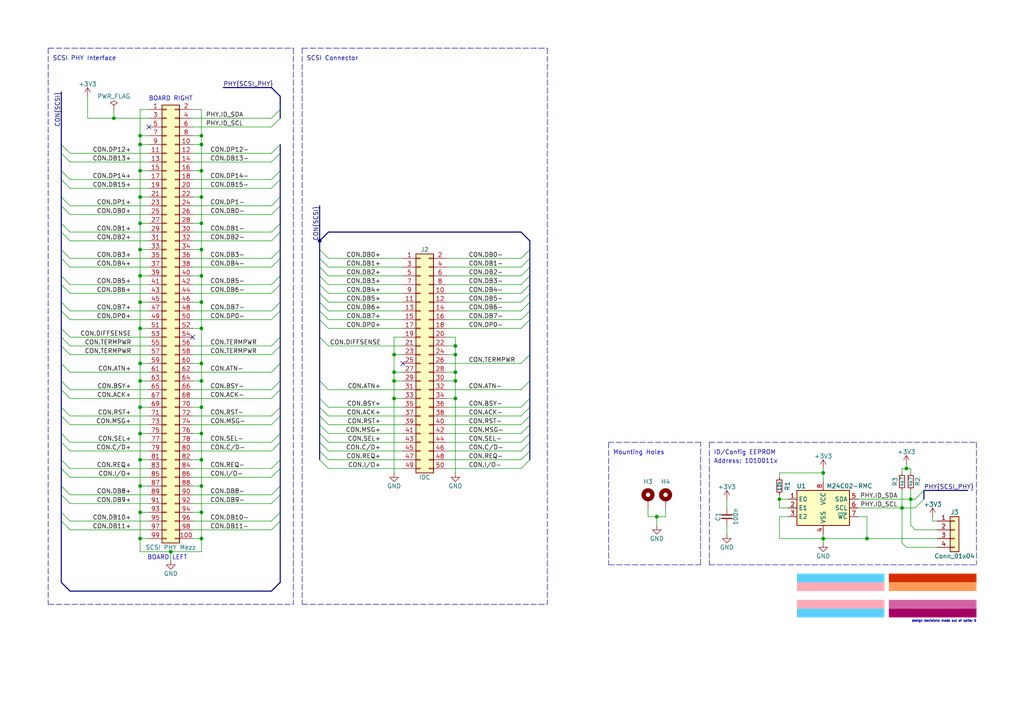
<source format=kicad_sch>
(kicad_sch (version 20231120) (generator "eeschema") (generator_version "8.0")
  (paper "A4")
  (title_block (title "Squishy -  ICD 50") (date "2024-08-22") (rev "1") (company "Shrine Maiden Heavy Industries") (comment 1 "License:  CERN-OHL-S") (comment 2 "© 2024 Aki 'lethalbit' Van Ness, et. al.") (comment 4 "Squishy - SCSI Multitool"))
  (bus_alias "SCSI" (members "DB0+" "DB0-" "DB1+" "DB1-" "DB2+" "DB2-" "DB3+" "DB3-" "DB4+" "DB4-" "DB5+" "DB5-" "DB6+" "DB6-" "DB7+" "DB7-" "DB8+" "DB8-" "DB9+" "DB9-" "DB10+" "DB10-" "DB11+" "DB11-" "DB12+" "DB12-" "DB13+" "DB13-" "DB14+" "DB14-" "DB15+" "DB15-" "DP0+" "DP0-" "DP1+" "DP1-" "ATN+" "ATN-" "BSY+" "BSY-" "ACK+" "ACK-" "RST+" "RST-" "MSG+" "MSG-" "SEL+" "SEL-" "C/D+" "C/D-" "REQ+" "REQ-" "I/O+" "I/O-" "DIFFSENSE" "TERMPWR"))
  (bus_alias "SCSI_PHY" (members "DB[0..15]" "DP[0..1]" "ATN" "BSY" "ACK" "RST" "MSG" "SEL" "C/D" "REQ" "I/O" "ID_SDA" "ID_SCL" "~{PHY_PRSNT}" "TERMPW_EN" "LS_CTRL[0..5]" "DBL_DIR" "DBH_DIR" "INIT_DIR" "TRGT_DIR" "SEL_DIR" "RST_DIR" "BSY_DIR"))
  (junction (at 132.08 107.95))
  (junction (at 40.64 87.63))
  (junction (at 40.64 41.91))
  (junction (at 226.06 144.78))
  (junction (at 40.64 133.35))
  (junction (at 58.42 80.01))
  (junction (at 114.3 107.95))
  (junction (at 238.76 137.16))
  (junction (at 58.42 64.77))
  (junction (at 114.3 115.57))
  (junction (at 58.42 118.11))
  (junction (at 40.64 110.49))
  (junction (at 40.64 148.59))
  (junction (at 58.42 41.91))
  (junction (at 58.42 133.35))
  (junction (at 114.3 110.49))
  (junction (at 40.64 95.25))
  (junction (at 190.5 149.86))
  (junction (at 261.62 147.32))
  (junction (at 114.3 102.87))
  (junction (at 58.42 125.73))
  (junction (at 40.64 64.77))
  (junction (at 132.08 115.57))
  (junction (at 58.42 87.63))
  (junction (at 40.64 39.37))
  (junction (at 40.64 156.21))
  (junction (at 58.42 140.97))
  (junction (at 58.42 49.53))
  (junction (at 262.89 135.89))
  (junction (at 58.42 72.39))
  (junction (at 264.16 144.78))
  (junction (at 132.08 110.49))
  (junction (at 92.71 69.85))
  (junction (at 40.64 140.97))
  (junction (at 40.64 72.39))
  (junction (at 58.42 39.37))
  (junction (at 58.42 110.49))
  (junction (at 132.08 100.33))
  (junction (at 40.64 118.11))
  (junction (at 40.64 57.15))
  (junction (at 251.46 156.21))
  (junction (at 58.42 105.41))
  (junction (at 238.76 156.21))
  (junction (at 58.42 57.15))
  (junction (at 58.42 148.59))
  (junction (at 49.53 160.02))
  (junction (at 40.64 80.01))
  (junction (at 132.08 102.87))
  (junction (at 40.64 125.73))
  (junction (at 58.42 156.21))
  (junction (at 33.02 34.29))
  (junction (at 58.42 95.25))
  (junction (at 40.64 49.53))
  (junction (at 40.64 105.41))
  (no_connect (at 116.84 105.41))
  (no_connect (at 55.88 97.79))
  (no_connect (at 43.18 36.83))
  (bus_entry (at 92.71 123.19) (size 2.54 2.54))
  (bus_entry (at 17.78 44.45) (size 2.54 2.54))
  (bus_entry (at 81.28 82.55) (size -2.54 2.54))
  (bus_entry (at 92.71 115.57) (size 2.54 2.54))
  (bus_entry (at 17.78 135.89) (size 2.54 2.54))
  (bus_entry (at 92.71 97.79) (size 2.54 2.54))
  (bus_entry (at 81.28 80.01) (size -2.54 2.54))
  (bus_entry (at 17.78 74.93) (size 2.54 2.54))
  (bus_entry (at 153.67 80.01) (size -2.54 2.54))
  (bus_entry (at 81.28 100.33) (size -2.54 2.54))
  (bus_entry (at 153.67 90.17) (size -2.54 2.54))
  (bus_entry (at 81.28 64.77) (size -2.54 2.54))
  (bus_entry (at 81.28 135.89) (size -2.54 2.54))
  (bus_entry (at 17.78 95.25) (size 2.54 2.54))
  (bus_entry (at 153.67 128.27) (size -2.54 2.54))
  (bus_entry (at 267.97 144.78) (size -2.54 2.54))
  (bus_entry (at 81.28 97.79) (size -2.54 2.54))
  (bus_entry (at 92.71 92.71) (size 2.54 2.54))
  (bus_entry (at 153.67 133.35) (size -2.54 2.54))
  (bus_entry (at 81.28 128.27) (size -2.54 2.54))
  (bus_entry (at 81.28 118.11) (size -2.54 2.54))
  (bus_entry (at 17.78 125.73) (size 2.54 2.54))
  (bus_entry (at 81.28 110.49) (size -2.54 2.54))
  (bus_entry (at 153.67 125.73) (size -2.54 2.54))
  (bus_entry (at 81.28 143.51) (size -2.54 2.54))
  (bus_entry (at 17.78 140.97) (size 2.54 2.54))
  (bus_entry (at 17.78 49.53) (size 2.54 2.54))
  (bus_entry (at 81.28 125.73) (size -2.54 2.54))
  (bus_entry (at 92.71 130.81) (size 2.54 2.54))
  (bus_entry (at 92.71 133.35) (size 2.54 2.54))
  (bus_entry (at 153.67 87.63) (size -2.54 2.54))
  (bus_entry (at 17.78 118.11) (size 2.54 2.54))
  (bus_entry (at 17.78 64.77) (size 2.54 2.54))
  (bus_entry (at 92.71 85.09) (size 2.54 2.54))
  (bus_entry (at 153.67 82.55) (size -2.54 2.54))
  (bus_entry (at 81.28 52.07) (size -2.54 2.54))
  (bus_entry (at 153.67 118.11) (size -2.54 2.54))
  (bus_entry (at 81.28 74.93) (size -2.54 2.54))
  (bus_entry (at 92.71 110.49) (size 2.54 2.54))
  (bus_entry (at 92.71 125.73) (size 2.54 2.54))
  (bus_entry (at 92.71 77.47) (size 2.54 2.54))
  (bus_entry (at 81.28 90.17) (size -2.54 2.54))
  (bus_entry (at 153.67 120.65) (size -2.54 2.54))
  (bus_entry (at 17.78 87.63) (size 2.54 2.54))
  (bus_entry (at 81.28 87.63) (size -2.54 2.54))
  (bus_entry (at 17.78 82.55) (size 2.54 2.54))
  (bus_entry (at 153.67 130.81) (size -2.54 2.54))
  (bus_entry (at 153.67 115.57) (size -2.54 2.54))
  (bus_entry (at 17.78 148.59) (size 2.54 2.54))
  (bus_entry (at 17.78 57.15) (size 2.54 2.54))
  (bus_entry (at 17.78 59.69) (size 2.54 2.54))
  (bus_entry (at 81.28 44.45) (size -2.54 2.54))
  (bus_entry (at 267.97 142.24) (size -2.54 2.54))
  (bus_entry (at 92.71 80.01) (size 2.54 2.54))
  (bus_entry (at 17.78 90.17) (size 2.54 2.54))
  (bus_entry (at 81.28 59.69) (size -2.54 2.54))
  (bus_entry (at 17.78 113.03) (size 2.54 2.54))
  (bus_entry (at 153.67 85.09) (size -2.54 2.54))
  (bus_entry (at 17.78 105.41) (size 2.54 2.54))
  (bus_entry (at 81.28 113.03) (size -2.54 2.54))
  (bus_entry (at 17.78 52.07) (size 2.54 2.54))
  (bus_entry (at 17.78 110.49) (size 2.54 2.54))
  (bus_entry (at 17.78 72.39) (size 2.54 2.54))
  (bus_entry (at 153.67 72.39) (size -2.54 2.54))
  (bus_entry (at 81.28 120.65) (size -2.54 2.54))
  (bus_entry (at 81.28 34.29) (size -2.54 2.54))
  (bus_entry (at 81.28 57.15) (size -2.54 2.54))
  (bus_entry (at 17.78 80.01) (size 2.54 2.54))
  (bus_entry (at 17.78 41.91) (size 2.54 2.54))
  (bus_entry (at 153.67 110.49) (size -2.54 2.54))
  (bus_entry (at 81.28 41.91) (size -2.54 2.54))
  (bus_entry (at 17.78 151.13) (size 2.54 2.54))
  (bus_entry (at 153.67 123.19) (size -2.54 2.54))
  (bus_entry (at 81.28 31.75) (size -2.54 2.54))
  (bus_entry (at 81.28 151.13) (size -2.54 2.54))
  (bus_entry (at 92.71 128.27) (size 2.54 2.54))
  (bus_entry (at 81.28 72.39) (size -2.54 2.54))
  (bus_entry (at 92.71 74.93) (size 2.54 2.54))
  (bus_entry (at 81.28 148.59) (size -2.54 2.54))
  (bus_entry (at 17.78 97.79) (size 2.54 2.54))
  (bus_entry (at 153.67 102.87) (size -2.54 2.54))
  (bus_entry (at 92.71 90.17) (size 2.54 2.54))
  (bus_entry (at 17.78 100.33) (size 2.54 2.54))
  (bus_entry (at 81.28 49.53) (size -2.54 2.54))
  (bus_entry (at 92.71 120.65) (size 2.54 2.54))
  (bus_entry (at 17.78 120.65) (size 2.54 2.54))
  (bus_entry (at 153.67 77.47) (size -2.54 2.54))
  (bus_entry (at 92.71 87.63) (size 2.54 2.54))
  (bus_entry (at 17.78 67.31) (size 2.54 2.54))
  (bus_entry (at 17.78 128.27) (size 2.54 2.54))
  (bus_entry (at 17.78 133.35) (size 2.54 2.54))
  (bus_entry (at 81.28 105.41) (size -2.54 2.54))
  (bus_entry (at 92.71 118.11) (size 2.54 2.54))
  (bus_entry (at 81.28 67.31) (size -2.54 2.54))
  (bus_entry (at 81.28 140.97) (size -2.54 2.54))
  (bus_entry (at 17.78 143.51) (size 2.54 2.54))
  (bus_entry (at 92.71 82.55) (size 2.54 2.54))
  (bus_entry (at 153.67 74.93) (size -2.54 2.54))
  (bus_entry (at 153.67 92.71) (size -2.54 2.54))
  (bus_entry (at 92.71 72.39) (size 2.54 2.54))
  (bus_entry (at 81.28 133.35) (size -2.54 2.54))
  (wire (pts (xy 95.25 92.71) (xy 116.84 92.71)))
  (wire (pts (xy 20.32 92.71) (xy 43.18 92.71)))
  (wire (pts (xy 20.32 67.31) (xy 43.18 67.31)))
  (wire (pts (xy 20.32 146.05) (xy 43.18 146.05)))
  (wire (pts (xy 55.88 156.21) (xy 58.42 156.21)))
  (wire (pts (xy 20.32 97.79) (xy 43.18 97.79)))
  (wire (pts (xy 132.08 115.57) (xy 132.08 137.16)))
  (wire (pts (xy 55.88 31.75) (xy 58.42 31.75)))
  (wire (pts (xy 78.74 115.57) (xy 55.88 115.57)))
  (wire (pts (xy 78.74 102.87) (xy 55.88 102.87)))
  (wire (pts (xy 116.84 97.79) (xy 114.3 97.79)))
  (wire (pts (xy 55.88 57.15) (xy 58.42 57.15)))
  (bus (pts (xy 81.28 120.65) (xy 81.28 125.73)))
  (wire (pts (xy 20.32 123.19) (xy 43.18 123.19)))
  (wire (pts (xy 58.42 87.63) (xy 58.42 95.25)))
  (bus (pts (xy 81.28 82.55) (xy 81.28 87.63)))
  (bus (pts (xy 92.71 74.93) (xy 92.71 77.47)))
  (wire (pts (xy 78.74 74.93) (xy 55.88 74.93)))
  (polyline (pts (xy 176.53 128.27) (xy 176.53 163.83)) (stroke (width 0) (type dash)))
  (bus (pts (xy 17.78 95.25) (xy 17.78 97.79)))
  (wire (pts (xy 226.06 143.51) (xy 226.06 144.78)))
  (bus (pts (xy 81.28 97.79) (xy 81.28 100.33)))
  (wire (pts (xy 129.54 133.35) (xy 151.13 133.35)))
  (wire (pts (xy 95.25 118.11) (xy 116.84 118.11)))
  (wire (pts (xy 20.32 62.23) (xy 43.18 62.23)))
  (bus (pts (xy 153.67 74.93) (xy 153.67 77.47)))
  (bus (pts (xy 92.71 130.81) (xy 92.71 133.35)))
  (wire (pts (xy 251.46 149.86) (xy 251.46 156.21)))
  (wire (pts (xy 264.16 142.24) (xy 264.16 144.78)))
  (wire (pts (xy 55.88 110.49) (xy 58.42 110.49)))
  (wire (pts (xy 49.53 160.02) (xy 49.53 162.56)))
  (bus (pts (xy 92.71 69.85) (xy 92.71 59.69)))
  (bus (pts (xy 153.67 128.27) (xy 153.67 130.81)))
  (wire (pts (xy 55.88 41.91) (xy 58.42 41.91)))
  (bus (pts (xy 92.71 97.79) (xy 92.71 110.49)))
  (bus (pts (xy 95.25 67.31) (xy 151.13 67.31)))
  (wire (pts (xy 78.74 113.03) (xy 55.88 113.03)))
  (wire (pts (xy 129.54 102.87) (xy 132.08 102.87)))
  (wire (pts (xy 78.74 153.67) (xy 55.88 153.67)))
  (wire (pts (xy 78.74 62.23) (xy 55.88 62.23)))
  (wire (pts (xy 129.54 95.25) (xy 151.13 95.25)))
  (wire (pts (xy 129.54 120.65) (xy 151.13 120.65)))
  (wire (pts (xy 25.4 27.94) (xy 25.4 34.29)))
  (wire (pts (xy 43.18 57.15) (xy 40.64 57.15)))
  (bus (pts (xy 81.28 100.33) (xy 81.28 105.41)))
  (bus (pts (xy 20.32 171.45) (xy 78.74 171.45)))
  (bus (pts (xy 17.78 133.35) (xy 17.78 135.89)))
  (wire (pts (xy 33.02 34.29) (xy 43.18 34.29)))
  (bus (pts (xy 81.28 118.11) (xy 81.28 120.65)))
  (wire (pts (xy 40.64 64.77) (xy 40.64 72.39)))
  (wire (pts (xy 270.51 151.13) (xy 271.78 151.13)))
  (wire (pts (xy 270.51 149.86) (xy 270.51 151.13)))
  (bus (pts (xy 153.67 123.19) (xy 153.67 125.73)))
  (wire (pts (xy 20.32 69.85) (xy 43.18 69.85)))
  (wire (pts (xy 58.42 41.91) (xy 58.42 49.53)))
  (wire (pts (xy 95.25 85.09) (xy 116.84 85.09)))
  (wire (pts (xy 78.74 67.31) (xy 55.88 67.31)))
  (bus (pts (xy 17.78 120.65) (xy 17.78 125.73)))
  (bus (pts (xy 81.28 128.27) (xy 81.28 133.35)))
  (wire (pts (xy 40.64 49.53) (xy 40.64 57.15)))
  (bus (pts (xy 81.28 64.77) (xy 81.28 67.31)))
  (wire (pts (xy 265.43 153.67) (xy 264.16 152.4)))
  (wire (pts (xy 40.64 160.02) (xy 49.53 160.02)))
  (wire (pts (xy 20.32 77.47) (xy 43.18 77.47)))
  (wire (pts (xy 40.64 72.39) (xy 40.64 80.01)))
  (wire (pts (xy 95.25 77.47) (xy 116.84 77.47)))
  (bus (pts (xy 81.28 59.69) (xy 81.28 64.77)))
  (wire (pts (xy 132.08 97.79) (xy 132.08 100.33)))
  (bus (pts (xy 153.67 110.49) (xy 153.67 115.57)))
  (bus (pts (xy 92.71 72.39) (xy 92.71 74.93)))
  (bus (pts (xy 81.28 49.53) (xy 81.28 52.07)))
  (bus (pts (xy 153.67 125.73) (xy 153.67 128.27)))
  (wire (pts (xy 25.4 34.29) (xy 33.02 34.29)))
  (wire (pts (xy 58.42 80.01) (xy 58.42 87.63)))
  (wire (pts (xy 43.18 95.25) (xy 40.64 95.25)))
  (polyline (pts (xy 87.63 175.26) (xy 158.75 175.26)) (stroke (width 0) (type dash)))
  (bus (pts (xy 92.71 85.09) (xy 92.71 87.63)))
  (wire (pts (xy 95.25 82.55) (xy 116.84 82.55)))
  (wire (pts (xy 114.3 102.87) (xy 114.3 107.95)))
  (wire (pts (xy 95.25 130.81) (xy 116.84 130.81)))
  (bus (pts (xy 17.78 105.41) (xy 17.78 110.49)))
  (bus (pts (xy 81.28 27.94) (xy 81.28 31.75)))
  (wire (pts (xy 226.06 149.86) (xy 226.06 156.21)))
  (wire (pts (xy 78.74 77.47) (xy 55.88 77.47)))
  (wire (pts (xy 78.74 85.09) (xy 55.88 85.09)))
  (wire (pts (xy 40.64 41.91) (xy 40.64 49.53)))
  (bus (pts (xy 17.78 118.11) (xy 17.78 120.65)))
  (bus (pts (xy 153.67 72.39) (xy 153.67 74.93)))
  (wire (pts (xy 151.13 105.41) (xy 129.54 105.41)))
  (wire (pts (xy 78.74 90.17) (xy 55.88 90.17)))
  (wire (pts (xy 33.02 31.75) (xy 33.02 34.29)))
  (bus (pts (xy 17.78 110.49) (xy 17.78 113.03)))
  (wire (pts (xy 262.89 135.89) (xy 264.16 135.89)))
  (wire (pts (xy 55.88 87.63) (xy 58.42 87.63)))
  (wire (pts (xy 55.88 125.73) (xy 58.42 125.73)))
  (wire (pts (xy 129.54 115.57) (xy 132.08 115.57)))
  (bus (pts (xy 81.28 31.75) (xy 81.28 34.29)))
  (wire (pts (xy 114.3 107.95) (xy 116.84 107.95)))
  (wire (pts (xy 187.96 147.32) (xy 187.96 149.86)))
  (wire (pts (xy 226.06 144.78) (xy 228.6 144.78)))
  (wire (pts (xy 55.88 72.39) (xy 58.42 72.39)))
  (bus (pts (xy 92.71 69.85) (xy 92.71 72.39)))
  (bus (pts (xy 267.97 142.24) (xy 280.67 142.24)))
  (wire (pts (xy 262.89 134.62) (xy 262.89 135.89)))
  (wire (pts (xy 58.42 49.53) (xy 58.42 57.15)))
  (wire (pts (xy 251.46 156.21) (xy 271.78 156.21)))
  (wire (pts (xy 43.18 64.77) (xy 40.64 64.77)))
  (bus (pts (xy 92.71 110.49) (xy 92.71 115.57)))
  (bus (pts (xy 17.78 135.89) (xy 17.78 140.97)))
  (wire (pts (xy 271.78 153.67) (xy 265.43 153.67)))
  (wire (pts (xy 78.74 120.65) (xy 55.88 120.65)))
  (wire (pts (xy 129.54 97.79) (xy 132.08 97.79)))
  (wire (pts (xy 58.42 95.25) (xy 58.42 105.41)))
  (bus (pts (xy 153.67 87.63) (xy 153.67 90.17)))
  (polyline (pts (xy 13.97 13.97) (xy 13.97 175.26)) (stroke (width 0) (type dash)))
  (wire (pts (xy 43.18 110.49) (xy 40.64 110.49)))
  (wire (pts (xy 78.74 128.27) (xy 55.88 128.27)))
  (bus (pts (xy 81.28 80.01) (xy 81.28 82.55)))
  (wire (pts (xy 58.42 156.21) (xy 58.42 160.02)))
  (bus (pts (xy 92.71 82.55) (xy 92.71 85.09)))
  (polyline (pts (xy 85.09 13.97) (xy 85.09 175.26)) (stroke (width 0) (type dash)))
  (bus (pts (xy 17.78 49.53) (xy 17.78 52.07)))
  (wire (pts (xy 55.88 118.11) (xy 58.42 118.11)))
  (wire (pts (xy 78.74 46.99) (xy 55.88 46.99)))
  (bus (pts (xy 153.67 92.71) (xy 153.67 102.87)))
  (wire (pts (xy 40.64 110.49) (xy 40.64 118.11)))
  (wire (pts (xy 20.32 128.27) (xy 43.18 128.27)))
  (wire (pts (xy 55.88 36.83) (xy 78.74 36.83)))
  (wire (pts (xy 20.32 113.03) (xy 43.18 113.03)))
  (wire (pts (xy 55.88 105.41) (xy 58.42 105.41)))
  (wire (pts (xy 132.08 110.49) (xy 132.08 115.57)))
  (wire (pts (xy 55.88 39.37) (xy 58.42 39.37)))
  (wire (pts (xy 40.64 133.35) (xy 40.64 140.97)))
  (wire (pts (xy 55.88 80.01) (xy 58.42 80.01)))
  (wire (pts (xy 20.32 85.09) (xy 43.18 85.09)))
  (wire (pts (xy 114.3 102.87) (xy 116.84 102.87)))
  (wire (pts (xy 261.62 147.32) (xy 265.43 147.32)))
  (bus (pts (xy 92.71 69.85) (xy 95.25 67.31)))
  (wire (pts (xy 95.25 87.63) (xy 116.84 87.63)))
  (wire (pts (xy 58.42 140.97) (xy 58.42 148.59)))
  (wire (pts (xy 43.18 72.39) (xy 40.64 72.39)))
  (bus (pts (xy 92.71 115.57) (xy 92.71 118.11)))
  (wire (pts (xy 40.64 31.75) (xy 40.64 39.37)))
  (bus (pts (xy 81.28 67.31) (xy 81.28 72.39)))
  (wire (pts (xy 129.54 92.71) (xy 151.13 92.71)))
  (polyline (pts (xy 203.2 163.83) (xy 203.2 128.27)) (stroke (width 0) (type dash)))
  (wire (pts (xy 95.25 133.35) (xy 116.84 133.35)))
  (bus (pts (xy 153.67 77.47) (xy 153.67 80.01)))
  (polyline (pts (xy 87.63 13.97) (xy 87.63 175.26)) (stroke (width 0) (type dash)))
  (wire (pts (xy 43.18 125.73) (xy 40.64 125.73)))
  (bus (pts (xy 153.67 90.17) (xy 153.67 92.71)))
  (wire (pts (xy 55.88 133.35) (xy 58.42 133.35)))
  (wire (pts (xy 129.54 90.17) (xy 151.13 90.17)))
  (bus (pts (xy 17.78 140.97) (xy 17.78 143.51)))
  (bus (pts (xy 17.78 148.59) (xy 17.78 151.13)))
  (bus (pts (xy 81.28 135.89) (xy 81.28 140.97)))
  (wire (pts (xy 20.32 120.65) (xy 43.18 120.65)))
  (bus (pts (xy 151.13 67.31) (xy 153.67 69.85)))
  (wire (pts (xy 55.88 148.59) (xy 58.42 148.59)))
  (wire (pts (xy 210.82 152.4) (xy 210.82 154.94)))
  (polyline (pts (xy 205.74 163.83) (xy 283.21 163.83)) (stroke (width 0) (type dash)))
  (polyline (pts (xy 13.97 175.26) (xy 85.09 175.26)) (stroke (width 0) (type dash)))
  (bus (pts (xy 17.78 168.91) (xy 20.32 171.45)))
  (polyline (pts (xy 176.53 163.83) (xy 203.2 163.83)) (stroke (width 0) (type dash)))
  (wire (pts (xy 129.54 100.33) (xy 132.08 100.33)))
  (polyline (pts (xy 13.97 13.97) (xy 85.09 13.97)) (stroke (width 0) (type dash)))
  (wire (pts (xy 114.3 115.57) (xy 114.3 137.16)))
  (wire (pts (xy 20.32 153.67) (xy 43.18 153.67)))
  (bus (pts (xy 17.78 64.77) (xy 17.78 67.31)))
  (polyline (pts (xy 205.74 128.27) (xy 283.21 128.27)) (stroke (width 0) (type dash)))
  (wire (pts (xy 43.18 80.01) (xy 40.64 80.01)))
  (wire (pts (xy 20.32 135.89) (xy 43.18 135.89)))
  (wire (pts (xy 226.06 156.21) (xy 238.76 156.21)))
  (wire (pts (xy 78.74 138.43) (xy 55.88 138.43)))
  (bus (pts (xy 17.78 100.33) (xy 17.78 105.41)))
  (bus (pts (xy 17.78 72.39) (xy 17.78 74.93)))
  (wire (pts (xy 129.54 110.49) (xy 132.08 110.49)))
  (wire (pts (xy 271.78 158.75) (xy 262.89 158.75)))
  (wire (pts (xy 95.25 113.03) (xy 116.84 113.03)))
  (wire (pts (xy 261.62 135.89) (xy 261.62 137.16)))
  (wire (pts (xy 132.08 102.87) (xy 132.08 107.95)))
  (wire (pts (xy 20.32 100.33) (xy 43.18 100.33)))
  (bus (pts (xy 92.71 120.65) (xy 92.71 123.19)))
  (bus (pts (xy 81.28 72.39) (xy 81.28 74.93)))
  (bus (pts (xy 17.78 82.55) (xy 17.78 87.63)))
  (bus (pts (xy 17.78 44.45) (xy 17.78 49.53)))
  (wire (pts (xy 129.54 113.03) (xy 151.13 113.03)))
  (bus (pts (xy 153.67 69.85) (xy 153.67 72.39)))
  (bus (pts (xy 153.67 82.55) (xy 153.67 85.09)))
  (bus (pts (xy 17.78 90.17) (xy 17.78 95.25)))
  (bus (pts (xy 17.78 52.07) (xy 17.78 57.15)))
  (bus (pts (xy 267.97 144.78) (xy 267.97 142.24)))
  (bus (pts (xy 153.67 102.87) (xy 153.67 110.49)))
  (bus (pts (xy 81.28 87.63) (xy 81.28 90.17)))
  (wire (pts (xy 55.88 34.29) (xy 78.74 34.29)))
  (bus (pts (xy 17.78 97.79) (xy 17.78 100.33)))
  (wire (pts (xy 40.64 80.01) (xy 40.64 87.63)))
  (bus (pts (xy 81.28 41.91) (xy 81.28 44.45)))
  (bus (pts (xy 92.71 92.71) (xy 92.71 97.79)))
  (bus (pts (xy 17.78 87.63) (xy 17.78 90.17)))
  (bus (pts (xy 78.74 171.45) (xy 81.28 168.91)))
  (wire (pts (xy 129.54 130.81) (xy 151.13 130.81)))
  (bus (pts (xy 81.28 57.15) (xy 81.28 59.69)))
  (bus (pts (xy 153.67 80.01) (xy 153.67 82.55)))
  (bus (pts (xy 92.71 123.19) (xy 92.71 125.73)))
  (bus (pts (xy 17.78 113.03) (xy 17.78 118.11)))
  (wire (pts (xy 78.74 92.71) (xy 55.88 92.71)))
  (wire (pts (xy 58.42 57.15) (xy 58.42 64.77)))
  (wire (pts (xy 114.3 115.57) (xy 116.84 115.57)))
  (wire (pts (xy 55.88 140.97) (xy 58.42 140.97)))
  (wire (pts (xy 95.25 90.17) (xy 116.84 90.17)))
  (bus (pts (xy 78.74 25.4) (xy 81.28 27.94)))
  (wire (pts (xy 58.42 31.75) (xy 58.42 39.37)))
  (bus (pts (xy 81.28 90.17) (xy 81.28 97.79)))
  (wire (pts (xy 20.32 138.43) (xy 43.18 138.43)))
  (wire (pts (xy 20.32 82.55) (xy 43.18 82.55)))
  (wire (pts (xy 58.42 118.11) (xy 58.42 125.73)))
  (wire (pts (xy 40.64 118.11) (xy 40.64 125.73)))
  (wire (pts (xy 95.25 128.27) (xy 116.84 128.27)))
  (wire (pts (xy 40.64 156.21) (xy 40.64 160.02)))
  (wire (pts (xy 238.76 154.94) (xy 238.76 156.21)))
  (wire (pts (xy 20.32 115.57) (xy 43.18 115.57)))
  (wire (pts (xy 55.88 95.25) (xy 58.42 95.25)))
  (bus (pts (xy 17.78 41.91) (xy 17.78 44.45)))
  (wire (pts (xy 129.54 77.47) (xy 151.13 77.47)))
  (wire (pts (xy 264.16 144.78) (xy 264.16 152.4)))
  (wire (pts (xy 129.54 80.01) (xy 151.13 80.01)))
  (bus (pts (xy 92.71 80.01) (xy 92.71 82.55)))
  (wire (pts (xy 78.74 59.69) (xy 55.88 59.69)))
  (wire (pts (xy 264.16 135.89) (xy 264.16 137.16)))
  (wire (pts (xy 78.74 146.05) (xy 55.88 146.05)))
  (wire (pts (xy 78.74 130.81) (xy 55.88 130.81)))
  (wire (pts (xy 78.74 151.13) (xy 55.88 151.13)))
  (bus (pts (xy 81.28 125.73) (xy 81.28 128.27)))
  (wire (pts (xy 40.64 148.59) (xy 40.64 156.21)))
  (wire (pts (xy 193.04 147.32) (xy 193.04 149.86)))
  (wire (pts (xy 114.3 107.95) (xy 114.3 110.49)))
  (wire (pts (xy 114.3 97.79) (xy 114.3 102.87)))
  (wire (pts (xy 58.42 148.59) (xy 58.42 156.21)))
  (wire (pts (xy 226.06 137.16) (xy 226.06 138.43)))
  (wire (pts (xy 43.18 87.63) (xy 40.64 87.63)))
  (wire (pts (xy 238.76 135.89) (xy 238.76 137.16)))
  (wire (pts (xy 40.64 140.97) (xy 40.64 148.59)))
  (wire (pts (xy 95.25 135.89) (xy 116.84 135.89)))
  (wire (pts (xy 78.74 69.85) (xy 55.88 69.85)))
  (wire (pts (xy 129.54 123.19) (xy 151.13 123.19)))
  (wire (pts (xy 20.32 54.61) (xy 43.18 54.61)))
  (bus (pts (xy 81.28 110.49) (xy 81.28 113.03)))
  (polyline (pts (xy 158.75 13.97) (xy 158.75 175.26)) (stroke (width 0) (type dash)))
  (wire (pts (xy 129.54 118.11) (xy 151.13 118.11)))
  (wire (pts (xy 190.5 149.86) (xy 193.04 149.86)))
  (wire (pts (xy 58.42 39.37) (xy 58.42 41.91)))
  (bus (pts (xy 153.67 115.57) (xy 153.67 118.11)))
  (wire (pts (xy 248.92 147.32) (xy 261.62 147.32)))
  (bus (pts (xy 153.67 118.11) (xy 153.67 120.65)))
  (wire (pts (xy 78.74 123.19) (xy 55.88 123.19)))
  (bus (pts (xy 81.28 151.13) (xy 81.28 168.91)))
  (wire (pts (xy 20.32 90.17) (xy 43.18 90.17)))
  (wire (pts (xy 20.32 74.93) (xy 43.18 74.93)))
  (bus (pts (xy 153.67 85.09) (xy 153.67 87.63)))
  (wire (pts (xy 114.3 110.49) (xy 114.3 115.57)))
  (wire (pts (xy 43.18 31.75) (xy 40.64 31.75)))
  (wire (pts (xy 261.62 142.24) (xy 261.62 147.32)))
  (wire (pts (xy 58.42 72.39) (xy 58.42 80.01)))
  (bus (pts (xy 92.71 128.27) (xy 92.71 130.81)))
  (wire (pts (xy 40.64 105.41) (xy 43.18 105.41)))
  (wire (pts (xy 78.74 143.51) (xy 55.88 143.51)))
  (wire (pts (xy 190.5 149.86) (xy 190.5 152.4)))
  (wire (pts (xy 40.64 125.73) (xy 40.64 133.35)))
  (wire (pts (xy 95.25 125.73) (xy 116.84 125.73)))
  (wire (pts (xy 40.64 156.21) (xy 43.18 156.21)))
  (bus (pts (xy 17.78 125.73) (xy 17.78 128.27)))
  (bus (pts (xy 81.28 44.45) (xy 81.28 49.53)))
  (bus (pts (xy 153.67 120.65) (xy 153.67 123.19)))
  (wire (pts (xy 226.06 147.32) (xy 228.6 147.32)))
  (bus (pts (xy 17.78 57.15) (xy 17.78 59.69)))
  (wire (pts (xy 129.54 82.55) (xy 151.13 82.55)))
  (wire (pts (xy 43.18 118.11) (xy 40.64 118.11)))
  (wire (pts (xy 262.89 158.75) (xy 261.62 157.48)))
  (wire (pts (xy 261.62 135.89) (xy 262.89 135.89)))
  (bus (pts (xy 81.28 133.35) (xy 81.28 135.89)))
  (wire (pts (xy 78.74 44.45) (xy 55.88 44.45)))
  (wire (pts (xy 20.32 102.87) (xy 43.18 102.87)))
  (wire (pts (xy 226.06 149.86) (xy 228.6 149.86)))
  (wire (pts (xy 78.74 100.33) (xy 55.88 100.33)))
  (wire (pts (xy 95.25 120.65) (xy 116.84 120.65)))
  (wire (pts (xy 129.54 135.89) (xy 151.13 135.89)))
  (bus (pts (xy 17.78 26.67) (xy 17.78 41.91)))
  (wire (pts (xy 20.32 46.99) (xy 43.18 46.99)))
  (wire (pts (xy 43.18 41.91) (xy 40.64 41.91)))
  (bus (pts (xy 17.78 67.31) (xy 17.78 72.39)))
  (wire (pts (xy 20.32 143.51) (xy 43.18 143.51)))
  (wire (pts (xy 238.76 156.21) (xy 251.46 156.21)))
  (wire (pts (xy 58.42 133.35) (xy 58.42 140.97)))
  (wire (pts (xy 238.76 156.21) (xy 238.76 157.48)))
  (wire (pts (xy 40.64 148.59) (xy 43.18 148.59)))
  (bus (pts (xy 17.78 74.93) (xy 17.78 80.01)))
  (wire (pts (xy 95.25 74.93) (xy 116.84 74.93)))
  (polyline (pts (xy 87.63 13.97) (xy 158.75 13.97)) (stroke (width 0) (type dash)))
  (bus (pts (xy 81.28 148.59) (xy 81.28 151.13)))
  (bus (pts (xy 153.67 130.81) (xy 153.67 133.35)))
  (bus (pts (xy 17.78 151.13) (xy 17.78 168.91)))
  (wire (pts (xy 226.06 137.16) (xy 238.76 137.16)))
  (bus (pts (xy 81.28 52.07) (xy 81.28 57.15)))
  (wire (pts (xy 40.64 105.41) (xy 40.64 110.49)))
  (polyline (pts (xy 205.74 128.27) (xy 205.74 163.83)) (stroke (width 0) (type dash)))
  (wire (pts (xy 20.32 44.45) (xy 43.18 44.45)))
  (wire (pts (xy 40.64 39.37) (xy 40.64 41.91)))
  (bus (pts (xy 92.71 90.17) (xy 92.71 92.71)))
  (wire (pts (xy 58.42 110.49) (xy 58.42 118.11)))
  (wire (pts (xy 261.62 147.32) (xy 261.62 157.48)))
  (bus (pts (xy 92.71 77.47) (xy 92.71 80.01)))
  (bus (pts (xy 17.78 80.01) (xy 17.78 82.55)))
  (wire (pts (xy 264.16 144.78) (xy 265.43 144.78)))
  (polyline (pts (xy 283.21 128.27) (xy 283.21 163.83)) (stroke (width 0) (type dash)))
  (wire (pts (xy 58.42 64.77) (xy 58.42 72.39)))
  (wire (pts (xy 95.25 123.19) (xy 116.84 123.19)))
  (wire (pts (xy 55.88 49.53) (xy 58.42 49.53)))
  (wire (pts (xy 129.54 74.93) (xy 151.13 74.93)))
  (wire (pts (xy 95.25 100.33) (xy 116.84 100.33)))
  (wire (pts (xy 40.64 95.25) (xy 40.64 105.41)))
  (wire (pts (xy 129.54 125.73) (xy 151.13 125.73)))
  (wire (pts (xy 248.92 144.78) (xy 264.16 144.78)))
  (wire (pts (xy 43.18 49.53) (xy 40.64 49.53)))
  (wire (pts (xy 95.25 80.01) (xy 116.84 80.01)))
  (wire (pts (xy 40.64 39.37) (xy 43.18 39.37)))
  (wire (pts (xy 78.74 107.95) (xy 55.88 107.95)))
  (wire (pts (xy 187.96 149.86) (xy 190.5 149.86)))
  (wire (pts (xy 226.06 144.78) (xy 226.06 147.32)))
  (wire (pts (xy 78.74 54.61) (xy 55.88 54.61)))
  (bus (pts (xy 92.71 118.11) (xy 92.71 120.65)))
  (wire (pts (xy 129.54 107.95) (xy 132.08 107.95)))
  (bus (pts (xy 81.28 74.93) (xy 81.28 80.01)))
  (wire (pts (xy 20.32 59.69) (xy 43.18 59.69)))
  (bus (pts (xy 81.28 140.97) (xy 81.28 143.51)))
  (bus (pts (xy 81.28 143.51) (xy 81.28 148.59)))
  (wire (pts (xy 43.18 133.35) (xy 40.64 133.35)))
  (wire (pts (xy 20.32 107.95) (xy 43.18 107.95)))
  (bus (pts (xy 92.71 125.73) (xy 92.71 128.27)))
  (wire (pts (xy 20.32 52.07) (xy 43.18 52.07)))
  (wire (pts (xy 95.25 95.25) (xy 116.84 95.25)))
  (wire (pts (xy 114.3 110.49) (xy 116.84 110.49)))
  (wire (pts (xy 20.32 151.13) (xy 43.18 151.13)))
  (bus (pts (xy 64.77 25.4) (xy 78.74 25.4)))
  (wire (pts (xy 40.64 87.63) (xy 40.64 95.25)))
  (wire (pts (xy 248.92 149.86) (xy 251.46 149.86)))
  (wire (pts (xy 78.74 82.55) (xy 55.88 82.55)))
  (wire (pts (xy 20.32 130.81) (xy 43.18 130.81)))
  (wire (pts (xy 43.18 140.97) (xy 40.64 140.97)))
  (bus (pts (xy 17.78 143.51) (xy 17.78 148.59)))
  (bus (pts (xy 92.71 87.63) (xy 92.71 90.17)))
  (wire (pts (xy 40.64 57.15) (xy 40.64 64.77)))
  (wire (pts (xy 210.82 147.32) (xy 210.82 144.78)))
  (wire (pts (xy 78.74 135.89) (xy 55.88 135.89)))
  (wire (pts (xy 132.08 107.95) (xy 132.08 110.49)))
  (bus (pts (xy 81.28 113.03) (xy 81.28 118.11)))
  (wire (pts (xy 129.54 87.63) (xy 151.13 87.63)))
  (wire (pts (xy 129.54 128.27) (xy 151.13 128.27)))
  (wire (pts (xy 58.42 125.73) (xy 58.42 133.35)))
  (wire (pts (xy 49.53 160.02) (xy 58.42 160.02)))
  (bus (pts (xy 17.78 128.27) (xy 17.78 133.35)))
  (wire (pts (xy 132.08 100.33) (xy 132.08 102.87)))
  (wire (pts (xy 55.88 64.77) (xy 58.42 64.77)))
  (wire (pts (xy 129.54 85.09) (xy 151.13 85.09)))
  (wire (pts (xy 238.76 137.16) (xy 238.76 139.7)))
  (wire (pts (xy 78.74 52.07) (xy 55.88 52.07)))
  (polyline (pts (xy 203.2 128.27) (xy 176.53 128.27)) (stroke (width 0) (type dash)))
  (bus (pts (xy 81.28 105.41) (xy 81.28 110.49)))
  (wire (pts (xy 58.42 105.41) (xy 58.42 110.49)))
  (bus (pts (xy 17.78 59.69) (xy 17.78 64.77)))
  (text "Address: 1010011x" (at 207.01 133.858 0) (effects (font (size 1.27 1.27)) (justify left)))
  (text "SCSI Connector" (at 88.9 17.78 0) (effects (font (size 1.27 1.27)) (justify left bottom)))
  (text "Mounting Holes\n" (at 177.8 132.08 0) (effects (font (size 1.27 1.27)) (justify left bottom)))
  (text "BOARD RIGHT" (at 49.53 28.702 0) (effects (font (size 1.27 1.27))))
  (text "BOARD LEFT" (at 48.514 161.798 0) (effects (font (size 1.27 1.27))))
  (text "ID/Config EEPROM" (at 207.01 132.08 0) (effects (font (size 1.27 1.27)) (justify left bottom)))
  (text "SCSI PHY Interface" (at 15.24 17.78 0) (effects (font (size 1.27 1.27)) (justify left bottom)))
  (text "design decisions made out of spite: 0" (at 264.414 180.594 0) (effects (font (size 0.635 0.635)) (justify left bottom)))
  (label "CON.DP1-" (at 60.96 59.69 0))
  (label "CON.DB9-" (at 60.96 146.05 0))
  (label "CON.DB13-" (at 60.96 46.99 0))
  (label "CON.DB0+" (at 38.1 62.23 180))
  (label "CON.DB11-" (at 60.96 153.67 0))
  (label "CON.DIFFSENSE" (at 38.1 97.79 180))
  (label "CON.DB15+" (at 38.1 54.61 180))
  (label "CON.REQ+" (at 110.49 133.35 180))
  (label "CON.DP0-" (at 135.89 95.25 0))
  (label "CON.DB11+" (at 38.1 153.67 180))
  (label "CON.MSG+" (at 110.49 125.73 180))
  (label "CON.DB2+" (at 110.49 80.01 180))
  (label "CON.SEL-" (at 60.96 128.27 0))
  (label "CON.DB7-" (at 135.89 92.71 0))
  (label "CON.DB1-" (at 135.89 77.47 0))
  (label "CON.DB4-" (at 135.89 85.09 0))
  (label "CON.DB10-" (at 60.96 151.13 0))
  (label "CON.I{slash}O-" (at 60.96 138.43 0))
  (label "CON.DB3-" (at 60.96 74.93 0))
  (label "CON.REQ+" (at 38.1 135.89 180))
  (label "CON.ATN+" (at 38.1 107.95 180))
  (label "CON.DB6-" (at 135.89 90.17 0))
  (label "PHY{SCSI_PHY}" (at 64.77 25.4 0))
  (label "CON.BSY-" (at 60.96 113.03 0))
  (label "CON.BSY+" (at 38.1 113.03 180))
  (label "CON.TERMPWR" (at 135.89 105.41 0))
  (label "CON.DIFFSENSE" (at 110.49 100.33 180))
  (label "CON.ACK-" (at 60.96 115.57 0))
  (label "CON.DP14-" (at 60.96 52.07 0))
  (label "CON.RST+" (at 110.49 123.19 180))
  (label "CON.DB4-" (at 60.96 77.47 0))
  (label "CON.REQ-" (at 60.96 135.89 0))
  (label "CON.DB10+" (at 38.1 151.13 180))
  (label "CON.ATN-" (at 60.96 107.95 0))
  (label "CON.DB7+" (at 110.49 92.71 180))
  (label "PHY{SCSI_PHY}" (at 267.97 142.24 0))
  (label "CON.ATN+" (at 110.49 113.03 180))
  (label "CON.DB2-" (at 60.96 69.85 0))
  (label "CON.SEL+" (at 110.49 128.27 180))
  (label "CON.DP0-" (at 60.96 92.71 0))
  (label "CON.DB4+" (at 110.49 85.09 180))
  (label "CON.MSG-" (at 60.96 123.19 0))
  (label "CON.BSY+" (at 110.49 118.11 180))
  (label "CON.DB6+" (at 110.49 90.17 180))
  (label "CON.DP12+" (at 38.1 44.45 180))
  (label "CON.DB5+" (at 38.1 82.55 180))
  (label "CON.DB15-" (at 60.96 54.61 0))
  (label "CON.DB8-" (at 60.96 143.51 0))
  (label "PHY.ID_SDA" (at 59.69 34.29 0))
  (label "CON.ATN-" (at 135.89 113.03 0))
  (label "CON.DB2-" (at 135.89 80.01 0))
  (label "CON.DB13+" (at 38.1 46.99 180))
  (label "CON.REQ-" (at 135.89 133.35 0))
  (label "CON.RST-" (at 60.96 120.65 0))
  (label "CON.DB5-" (at 135.89 87.63 0))
  (label "CON.DB3+" (at 38.1 74.93 180))
  (label "CON.DB4+" (at 38.1 77.47 180))
  (label "CON.MSG+" (at 38.1 123.19 180))
  (label "CON.DP12-" (at 60.96 44.45 0))
  (label "CON.DP1+" (at 38.1 59.69 180))
  (label "CON.ACK+" (at 38.1 115.57 180))
  (label "CON.DB8+" (at 38.1 143.51 180))
  (label "CON.C{slash}D+" (at 38.1 130.81 180))
  (label "CON{SCSI}" (at 92.71 69.85 90))
  (label "CON.TERMPWR" (at 38.1 100.33 180))
  (label "CON.C{slash}D-" (at 60.96 130.81 0))
  (label "CON.DB6-" (at 60.96 85.09 0))
  (label "PHY.ID_SCL" (at 59.69 36.83 0))
  (label "CON.DP0+" (at 110.49 95.25 180))
  (label "CON.I{slash}O+" (at 110.49 135.89 180))
  (label "CON.BSY-" (at 135.89 118.11 0))
  (label "CON.DB5-" (at 60.96 82.55 0))
  (label "CON.DP0+" (at 38.1 92.71 180))
  (label "CON{SCSI}" (at 17.78 26.67 270))
  (label "CON.DB1+" (at 110.49 77.47 180))
  (label "CON.DB0-" (at 60.96 62.23 0))
  (label "CON.TERMPWR" (at 60.96 102.87 0))
  (label "CON.DP14+" (at 38.1 52.07 180))
  (label "CON.I{slash}O+" (at 38.1 138.43 180))
  (label "CON.RST-" (at 135.89 123.19 0))
  (label "CON.DB7+" (at 38.1 90.17 180))
  (label "CON.C{slash}D-" (at 135.89 130.81 0))
  (label "CON.DB0+" (at 110.49 74.93 180))
  (label "CON.MSG-" (at 135.89 125.73 0))
  (label "CON.DB2+" (at 38.1 69.85 180))
  (label "CON.ACK-" (at 135.89 120.65 0))
  (label "CON.DB1-" (at 60.96 67.31 0))
  (label "CON.TERMPWR" (at 38.1 102.87 180))
  (label "CON.RST+" (at 38.1 120.65 180))
  (label "CON.DB3+" (at 110.49 82.55 180))
  (label "CON.DB1+" (at 38.1 67.31 180))
  (label "CON.ACK+" (at 110.49 120.65 180))
  (label "CON.C{slash}D+" (at 110.49 130.81 180))
  (label "CON.DB7-" (at 60.96 90.17 0))
  (label "PHY.ID_SCL" (at 260.35 147.32 180))
  (label "CON.DB9+" (at 38.1 146.05 180))
  (label "CON.SEL-" (at 135.89 128.27 0))
  (label "CON.DB0-" (at 135.89 74.93 0))
  (label "CON.DB6+" (at 38.1 85.09 180))
  (label "PHY.ID_SDA" (at 260.35 144.78 180))
  (label "CON.TERMPWR" (at 60.96 100.33 0))
  (label "CON.DB3-" (at 135.89 82.55 0))
  (label "CON.I{slash}O-" (at 135.89 135.89 0))
  (label "CON.SEL+" (at 38.1 128.27 180))
  (label "CON.DB5+" (at 110.49 87.63 180))
  (symbol (lib_id "Connector_Generic:Conn_02x25_Odd_Even") (at 121.92 105.41 0) (unit 1)
    (property "Reference" "J2" (at 123.19 72.39 0))
    (property "Value" "IDC" (at 123.19 138.43 0))
    (property "Footprint" "Connector_IDC:IDC-Header_2x25_P2.54mm_Horizontal" (effects (hide yes)))
    (property "Description" "Generic connector, double row, 02x25, odd/even pin numbering scheme (row 1 odd numbers, row 2 even numbers), script generated (kicad-library-utils/schlib/autogen/connector/)" (effects (hide yes)))
  )
  (symbol (lib_id "Device:R_Small") (at 261.62 139.7 0) (unit 1)
    (property "Reference" "R3" (at 260.35 139.7 90) (effects (justify bottom)))
    (property "Value" "4k7" (at 261.62 139.7 90) (effects (font (size 1 1))))
    (property "Footprint" "rhais_rcl:R0603" (effects (hide yes)))
    (property "Datasheet" "https://www.vishay.com/docs/20035/dcrcwe3.pdf" (effects (hide yes)))
    (property "MFR" "Vishay Dale" (effects (hide yes)))
    (property "MPN" "CRCW06034K70FKEA" (effects (hide yes)))
    (property "Tolerance" "±1% 1/10W" (effects (hide yes)))
    (property "SUPPLIER" "DigiKey" (effects (hide yes)))
    (property "SUPPLIER_OC" "541-4.70KHDKR-ND" (effects (hide yes)))
    (property "SUPPLIER_URL" "https://www.digikey.com/short/f3fq37nd" (effects (hide yes)))
  )
  (symbol (lib_id "power:GND") (at 49.53 162.56 0) (mirror y) (unit 1)
    (property "Reference" "#PWR02" (effects (hide yes)))
    (property "Value" "GND" (at 49.53 166.37 0))
    (property "Description" "Power symbol creates a global label with name \"GND\" , ground" (effects (hide yes)))
  )
  (symbol (lib_id "Device:C_Small") (at 210.82 149.86 180) (unit 1)
    (property "Reference" "C1" (at 208.28 149.86 90))
    (property "Value" "100n" (at 213.36 149.86 90))
    (property "Footprint" "rhais_rcl:C0603" (effects (hide yes)))
    (property "Datasheet" "https://content.kemet.com/datasheets/KEM_C1006_X5R_SMD.pdf" (effects (hide yes)))
    (property "MFR" "KEMET" (effects (hide yes)))
    (property "MPN" "C0603C104M5RACTU" (effects (hide yes)))
    (property "Tolerance" "±20% 50V" (effects (hide yes)))
    (property "SUPPLIER" "DigiKey" (effects (hide yes)))
    (property "SUPPLIER_OC" "399-C0603C104M5RAC7867DKR-ND" (effects (hide yes)))
    (property "SUPPLIER_URL" "https://www.digikey.com/short/8nqzrr4b" (effects (hide yes)))
  )
  (symbol (lib_id "power:PWR_FLAG") (at 33.02 31.75 0) (unit 1)
    (property "Reference" "#FLG01" (effects (hide yes)))
    (property "Value" "PWR_FLAG" (at 33.02 27.94 0))
    (property "Description" "Special symbol for telling ERC where power comes from" (effects (hide yes)))
  )
  (symbol (lib_id "lethalbit-graphics:lesbian flag") (at 270.51 172.72 0) (unit 1) (in_bom no) (on_board no)
    (property "Reference" "G2" (effects (hide yes)))
    (property "Value" "Pride Flag" (effects (hide yes)))
    (property "MFR" "Lesbian" (effects (hide yes)))
  )
  (symbol (lib_id "power:+3V3") (at 270.51 149.86 0) (unit 1)
    (property "Reference" "#PWR04" (effects (hide yes)))
    (property "Value" "+3V3" (at 270.51 146.304 0))
    (property "Description" "Power symbol creates a global label with name \"+3V3\"" (effects (hide yes)))
  )
  (symbol (lib_id "lethalbit-connectors:Conn_02x50_Odd_Even") (at 49.53 92.71 0) (unit 1)
    (property "Reference" "J1" (effects (hide yes)))
    (property "Value" "SCSI PHY Mezz" (at 49.53 158.75 0))
    (property "Footprint" "lethalbit-connectors:1014457-10x80xLF" (effects (hide yes)))
    (property "Datasheet" "https://mm.digikey.com/Volume0/opasdata/d220001/medias/docus/6243/609_10144517.pdf" (effects (hide yes)))
    (property "MFR" "Amphenol ICC (FCI)" (effects (hide yes)))
    (property "MPN" "10144517-102802LF" (effects (hide yes)))
    (property "SUPPLIER" "DigiKey" (effects (hide yes)))
    (property "SUPPLIER_OC" "609-5442-1-ND" (effects (hide yes)))
    (property "SUPPLIER_URL" "https://www.digikey.com/short/h831vwdf" (effects (hide yes)))
  )
  (symbol (lib_id "lethalbit-graphics:trans flag") (at 243.84 172.72 0) (unit 1) (in_bom no) (on_board no)
    (property "Reference" "G1" (effects (hide yes)))
    (property "Value" "Pride Flag" (effects (hide yes)))
    (property "MFR" "Trans" (effects (hide yes)))
  )
  (symbol (lib_id "power:GND") (at 132.08 137.16 0) (mirror y) (unit 1)
    (property "Reference" "#PWR011" (effects (hide yes)))
    (property "Value" "GND" (at 132.08 140.97 0))
    (property "Description" "Power symbol creates a global label with name \"GND\" , ground" (effects (hide yes)))
  )
  (symbol (lib_id "power:+3V3") (at 25.4 27.94 0) (unit 1)
    (property "Reference" "#PWR03" (effects (hide yes)))
    (property "Value" "+3V3" (at 25.4 24.384 0))
    (property "Description" "Power symbol creates a global label with name \"+3V3\"" (effects (hide yes)))
  )
  (symbol (lib_id "Connector_Generic:Conn_01x04") (at 276.86 153.67 0) (unit 1)
    (property "Reference" "J3" (at 276.86 148.59 0))
    (property "Value" "Conn_01x04" (at 276.86 161.29 0))
    (property "Footprint" "pkl_connectors_wuerth:490107670412-d" (effects (hide yes)))
    (property "Description" "Generic connector, single row, 01x04, script generated (kicad-library-utils/schlib/autogen/connector/)" (effects (hide yes)))
  )
  (symbol (lib_id "Device:R_Small") (at 264.16 139.7 0) (mirror y) (unit 1)
    (property "Reference" "R2" (at 265.43 139.7 90) (effects (justify bottom)))
    (property "Value" "4k7" (at 264.16 139.7 90) (effects (font (size 1 1))))
    (property "Footprint" "rhais_rcl:R0603" (effects (hide yes)))
    (property "Datasheet" "https://www.vishay.com/docs/20035/dcrcwe3.pdf" (effects (hide yes)))
    (property "MFR" "Vishay Dale" (effects (hide yes)))
    (property "MPN" "CRCW06034K70FKEA" (effects (hide yes)))
    (property "Tolerance" "±1% 1/10W" (effects (hide yes)))
    (property "SUPPLIER" "DigiKey" (effects (hide yes)))
    (property "SUPPLIER_OC" "541-4.70KHDKR-ND" (effects (hide yes)))
    (property "SUPPLIER_URL" "https://www.digikey.com/short/f3fq37nd" (effects (hide yes)))
  )
  (symbol (lib_id "power:GND") (at 238.76 157.48 0) (unit 1)
    (property "Reference" "#PWR07" (effects (hide yes)))
    (property "Value" "GND" (at 238.76 161.29 0))
    (property "Description" "Power symbol creates a global label with name \"GND\" , ground" (effects (hide yes)))
  )
  (symbol (lib_id "power:+3V3") (at 210.82 144.78 0) (unit 1)
    (property "Reference" "#PWR09" (effects (hide yes)))
    (property "Value" "+3V3" (at 210.82 141.224 0))
    (property "Description" "Power symbol creates a global label with name \"+3V3\"" (effects (hide yes)))
  )
  (symbol (lib_id "power:GND") (at 210.82 154.94 0) (unit 1)
    (property "Reference" "#PWR06" (effects (hide yes)))
    (property "Value" "GND" (at 210.82 158.75 0))
    (property "Description" "Power symbol creates a global label with name \"GND\" , ground" (effects (hide yes)))
  )
  (symbol (lib_id "Mechanical:MountingHole_Pad") (at 187.96 144.78 0) (unit 1) (in_bom no)
    (property "Reference" "H3" (at 187.96 139.7 0))
    (property "Value" "MountingHole" (effects (hide yes)))
    (property "Footprint" "MountingHole:MountingHole_3.2mm_M3_Pad" (effects (hide yes)))
    (property "MFR" "N/A" (effects (hide yes)))
    (property "MPN" "N/A" (effects (hide yes)))
  )
  (symbol (lib_id "power:GND") (at 114.3 137.16 0) (mirror y) (unit 1)
    (property "Reference" "#PWR010" (effects (hide yes)))
    (property "Value" "GND" (at 114.3 140.97 0))
    (property "Description" "Power symbol creates a global label with name \"GND\" , ground" (effects (hide yes)))
  )
  (symbol (lib_id "Mechanical:MountingHole_Pad") (at 193.04 144.78 0) (unit 1) (in_bom no)
    (property "Reference" "H4" (at 193.04 139.7 0))
    (property "Value" "MountingHole" (effects (hide yes)))
    (property "Footprint" "MountingHole:MountingHole_3.2mm_M3_Pad" (effects (hide yes)))
    (property "MFR" "N/A" (effects (hide yes)))
    (property "MPN" "N/A" (effects (hide yes)))
  )
  (symbol (lib_id "power:+3V3") (at 238.76 135.89 0) (unit 1)
    (property "Reference" "#PWR08" (effects (hide yes)))
    (property "Value" "+3V3" (at 238.76 132.334 0))
    (property "Description" "Power symbol creates a global label with name \"+3V3\"" (effects (hide yes)))
  )
  (symbol (lib_id "Device:R_Small") (at 226.06 140.97 0) (mirror x) (unit 1)
    (property "Reference" "R1" (at 229.108 140.97 90) (effects (justify bottom)))
    (property "Value" "10k" (at 226.06 140.97 90) (effects (font (size 1 1))))
    (property "Footprint" "rhais_rcl:R0603" (effects (hide yes)))
    (property "Datasheet" "https://www.vishay.com/docs/20035/dcrcwe3.pdf" (effects (hide yes)))
    (property "MFR" "Vishay Dale" (effects (hide yes)))
    (property "MPN" "CRCW060310K0FKEA" (effects (hide yes)))
    (property "Tolerance" "±1% 1/10W" (effects (hide yes)))
    (property "SUPPLIER" "DigiKey" (effects (hide yes)))
    (property "SUPPLIER_OC" "541-10.0KHDKR-ND" (effects (hide yes)))
    (property "SUPPLIER_URL" "https://www.digikey.com/short/478v2810" (effects (hide yes)))
  )
  (symbol (lib_id "power:GND") (at 190.5 152.4 0) (unit 1)
    (property "Reference" "#PWR01" (effects (hide yes)))
    (property "Value" "GND" (at 190.5 156.21 0))
    (property "Description" "Power symbol creates a global label with name \"GND\" , ground" (effects (hide yes)))
  )
  (symbol (lib_id "lethalbit-memory:M24C02-RMC") (at 238.76 147.32 0) (unit 1)
    (property "Reference" "U1" (at 232.41 140.97 0))
    (property "Value" "M24C02-RMC" (at 246.38 140.97 0))
    (property "Footprint" "lethalbit-memory:ST_UFDFPN-8-1EP_2x3mm_P0.5mm_EP1.6x1.6mm" (effects (hide yes)))
    (property "Datasheet" "https://www.st.com/content/ccc/resource/technical/document/datasheet/b0/d8/50/40/5a/85/49/6f/DM00071904.pdf/files/DM00071904.pdf/jcr:content/translations/en.DM00071904.pdf" (effects (hide yes)))
    (property "Description" "2Kb (256x8) I2C Serial EEPROM, 1.8-5.5V,  UFDFPN8" (effects (hide yes)))
  )
  (symbol (lib_id "power:+3V3") (at 262.89 134.62 0) (unit 1)
    (property "Reference" "#PWR05" (effects (hide yes)))
    (property "Value" "+3V3" (at 262.89 131.064 0))
    (property "Description" "Power symbol creates a global label with name \"+3V3\"" (effects (hide yes)))
  )
)
</source>
